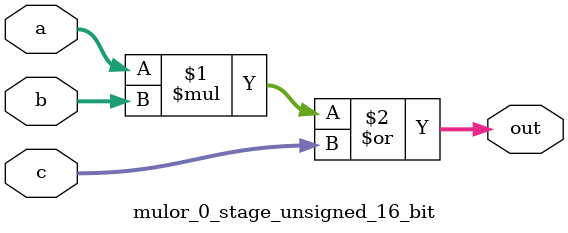
<source format=sv>
(* use_dsp = "yes" *) module mulor_0_stage_unsigned_16_bit(
	input  [15:0] a,
	input  [15:0] b,
	input  [15:0] c,
	output [15:0] out
	);

	assign out = (a * b) | c;
endmodule

</source>
